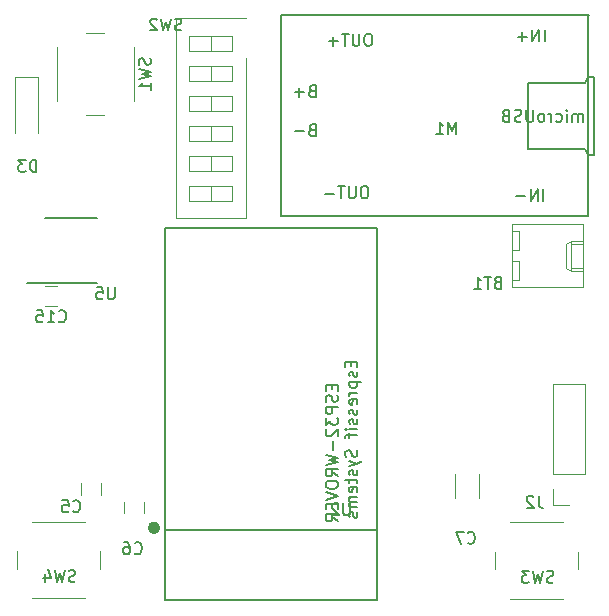
<source format=gbo>
G04 #@! TF.FileFunction,Legend,Bot*
%FSLAX46Y46*%
G04 Gerber Fmt 4.6, Leading zero omitted, Abs format (unit mm)*
G04 Created by KiCad (PCBNEW 4.0.6) date 01/04/18 03:56:18*
%MOMM*%
%LPD*%
G01*
G04 APERTURE LIST*
%ADD10C,0.100000*%
%ADD11C,0.500000*%
%ADD12C,0.150000*%
%ADD13C,0.120000*%
G04 APERTURE END LIST*
D10*
D11*
X180111981Y-132080000D02*
G75*
G03X180111981Y-132080000I-283981J0D01*
G01*
D12*
X198734000Y-132226000D02*
X180734000Y-132226000D01*
X180734000Y-138226000D02*
X180734000Y-106726000D01*
X198734000Y-138226000D02*
X198734000Y-106726000D01*
X198734000Y-106726000D02*
X180734000Y-106726000D01*
X198734000Y-138226000D02*
X180734000Y-138226000D01*
D13*
X214442800Y-138088000D02*
X209942800Y-138088000D01*
X215692800Y-134088000D02*
X215692800Y-135588000D01*
X209942800Y-131588000D02*
X214442800Y-131588000D01*
X208692800Y-135588000D02*
X208692800Y-134088000D01*
X210149500Y-106389500D02*
X216149500Y-106389500D01*
X216149500Y-106389500D02*
X216149500Y-111669500D01*
X216149500Y-111669500D02*
X210149500Y-111669500D01*
X210149500Y-111669500D02*
X210149500Y-106389500D01*
X216149500Y-107759500D02*
X215149500Y-107759500D01*
X215149500Y-107759500D02*
X215149500Y-110299500D01*
X215149500Y-110299500D02*
X216149500Y-110299500D01*
X215149500Y-107759500D02*
X214719500Y-108009500D01*
X214719500Y-108009500D02*
X214719500Y-110049500D01*
X214719500Y-110049500D02*
X215149500Y-110299500D01*
X216149500Y-108009500D02*
X215149500Y-108009500D01*
X216149500Y-110049500D02*
X215149500Y-110049500D01*
X210149500Y-106959500D02*
X210769500Y-106959500D01*
X210769500Y-106959500D02*
X210769500Y-108559500D01*
X210769500Y-108559500D02*
X210149500Y-108559500D01*
X210149500Y-109499500D02*
X210769500Y-109499500D01*
X210769500Y-109499500D02*
X210769500Y-111099500D01*
X210769500Y-111099500D02*
X210149500Y-111099500D01*
X177267500Y-130865500D02*
X177267500Y-129865500D01*
X178967500Y-129865500D02*
X178967500Y-130865500D01*
X171632500Y-113308500D02*
X170632500Y-113308500D01*
X170632500Y-111608500D02*
X171632500Y-111608500D01*
X168087000Y-93928000D02*
X169987000Y-93928000D01*
X169987000Y-93928000D02*
X169987000Y-98628000D01*
X168087000Y-93928000D02*
X168087000Y-98628000D01*
X171601500Y-95901000D02*
X171601500Y-91401000D01*
X175601500Y-97151000D02*
X174101500Y-97151000D01*
X178101500Y-91401000D02*
X178101500Y-95901000D01*
X174101500Y-90151000D02*
X175601500Y-90151000D01*
X169503600Y-131558400D02*
X174003600Y-131558400D01*
X168253600Y-135558400D02*
X168253600Y-134058400D01*
X174003600Y-138058400D02*
X169503600Y-138058400D01*
X175253600Y-134058400D02*
X175253600Y-135558400D01*
D12*
X170647000Y-105860000D02*
X175047000Y-105860000D01*
X169072000Y-111385000D02*
X175047000Y-111385000D01*
D13*
X187591000Y-88949000D02*
X181661000Y-88949000D01*
X181661000Y-88949000D02*
X181661000Y-105869000D01*
X181661000Y-105869000D02*
X187591000Y-105869000D01*
X187591000Y-105869000D02*
X187591000Y-92329000D01*
X186436000Y-90424000D02*
X186436000Y-91694000D01*
X186436000Y-91694000D02*
X182816000Y-91694000D01*
X182816000Y-91694000D02*
X182816000Y-90424000D01*
X182816000Y-90424000D02*
X186436000Y-90424000D01*
X184626000Y-90424000D02*
X184626000Y-91694000D01*
X186436000Y-92964000D02*
X186436000Y-94234000D01*
X186436000Y-94234000D02*
X182816000Y-94234000D01*
X182816000Y-94234000D02*
X182816000Y-92964000D01*
X182816000Y-92964000D02*
X186436000Y-92964000D01*
X184626000Y-92964000D02*
X184626000Y-94234000D01*
X186436000Y-95504000D02*
X186436000Y-96774000D01*
X186436000Y-96774000D02*
X182816000Y-96774000D01*
X182816000Y-96774000D02*
X182816000Y-95504000D01*
X182816000Y-95504000D02*
X186436000Y-95504000D01*
X184626000Y-95504000D02*
X184626000Y-96774000D01*
X186436000Y-98044000D02*
X186436000Y-99314000D01*
X186436000Y-99314000D02*
X182816000Y-99314000D01*
X182816000Y-99314000D02*
X182816000Y-98044000D01*
X182816000Y-98044000D02*
X186436000Y-98044000D01*
X184626000Y-98044000D02*
X184626000Y-99314000D01*
X186436000Y-100584000D02*
X186436000Y-101854000D01*
X186436000Y-101854000D02*
X182816000Y-101854000D01*
X182816000Y-101854000D02*
X182816000Y-100584000D01*
X182816000Y-100584000D02*
X186436000Y-100584000D01*
X184626000Y-100584000D02*
X184626000Y-101854000D01*
X186436000Y-103124000D02*
X186436000Y-104394000D01*
X186436000Y-104394000D02*
X182816000Y-104394000D01*
X182816000Y-104394000D02*
X182816000Y-103124000D01*
X182816000Y-103124000D02*
X186436000Y-103124000D01*
X184626000Y-103124000D02*
X184626000Y-104394000D01*
X213655600Y-119878800D02*
X216315600Y-119878800D01*
X213655600Y-127558800D02*
X213655600Y-119878800D01*
X216315600Y-127558800D02*
X216315600Y-119878800D01*
X213655600Y-127558800D02*
X216315600Y-127558800D01*
X213655600Y-128828800D02*
X213655600Y-130158800D01*
X213655600Y-130158800D02*
X214985600Y-130158800D01*
X173648000Y-129278000D02*
X173648000Y-128278000D01*
X175348000Y-128278000D02*
X175348000Y-129278000D01*
X205355000Y-129524000D02*
X205355000Y-127524000D01*
X207395000Y-127524000D02*
X207395000Y-129524000D01*
D12*
X216617000Y-105655000D02*
X190627000Y-105655000D01*
X216627000Y-88655000D02*
X190627000Y-88655000D01*
X217097000Y-100515000D02*
X217097000Y-93965000D01*
X217083000Y-100543000D02*
X216575000Y-100543000D01*
X216575000Y-100543000D02*
X216321000Y-100035000D01*
X216321000Y-100035000D02*
X216067000Y-100035000D01*
X217083000Y-93939000D02*
X216575000Y-93939000D01*
X216575000Y-93939000D02*
X216321000Y-94447000D01*
X216321000Y-94447000D02*
X211495000Y-94447000D01*
X211495000Y-94447000D02*
X211495000Y-100035000D01*
X211495000Y-100035000D02*
X216067000Y-100035000D01*
X216623000Y-105655000D02*
X216623000Y-88655000D01*
X190621000Y-88655000D02*
X190621000Y-105655000D01*
X196436905Y-130008381D02*
X196436905Y-130817905D01*
X196389286Y-130913143D01*
X196341667Y-130960762D01*
X196246429Y-131008381D01*
X196055952Y-131008381D01*
X195960714Y-130960762D01*
X195913095Y-130913143D01*
X195865476Y-130817905D01*
X195865476Y-130008381D01*
X195436905Y-130103619D02*
X195389286Y-130056000D01*
X195294048Y-130008381D01*
X195055952Y-130008381D01*
X194960714Y-130056000D01*
X194913095Y-130103619D01*
X194865476Y-130198857D01*
X194865476Y-130294095D01*
X194913095Y-130436952D01*
X195484524Y-131008381D01*
X194865476Y-131008381D01*
X196520571Y-118015570D02*
X196520571Y-118348904D01*
X197044381Y-118491761D02*
X197044381Y-118015570D01*
X196044381Y-118015570D01*
X196044381Y-118491761D01*
X196996762Y-118872713D02*
X197044381Y-118967951D01*
X197044381Y-119158427D01*
X196996762Y-119253666D01*
X196901524Y-119301285D01*
X196853905Y-119301285D01*
X196758667Y-119253666D01*
X196711048Y-119158427D01*
X196711048Y-119015570D01*
X196663429Y-118920332D01*
X196568190Y-118872713D01*
X196520571Y-118872713D01*
X196425333Y-118920332D01*
X196377714Y-119015570D01*
X196377714Y-119158427D01*
X196425333Y-119253666D01*
X196377714Y-119729856D02*
X197377714Y-119729856D01*
X196425333Y-119729856D02*
X196377714Y-119825094D01*
X196377714Y-120015571D01*
X196425333Y-120110809D01*
X196472952Y-120158428D01*
X196568190Y-120206047D01*
X196853905Y-120206047D01*
X196949143Y-120158428D01*
X196996762Y-120110809D01*
X197044381Y-120015571D01*
X197044381Y-119825094D01*
X196996762Y-119729856D01*
X197044381Y-120634618D02*
X196377714Y-120634618D01*
X196568190Y-120634618D02*
X196472952Y-120682237D01*
X196425333Y-120729856D01*
X196377714Y-120825094D01*
X196377714Y-120920333D01*
X196996762Y-121634619D02*
X197044381Y-121539381D01*
X197044381Y-121348904D01*
X196996762Y-121253666D01*
X196901524Y-121206047D01*
X196520571Y-121206047D01*
X196425333Y-121253666D01*
X196377714Y-121348904D01*
X196377714Y-121539381D01*
X196425333Y-121634619D01*
X196520571Y-121682238D01*
X196615810Y-121682238D01*
X196711048Y-121206047D01*
X196996762Y-122063190D02*
X197044381Y-122158428D01*
X197044381Y-122348904D01*
X196996762Y-122444143D01*
X196901524Y-122491762D01*
X196853905Y-122491762D01*
X196758667Y-122444143D01*
X196711048Y-122348904D01*
X196711048Y-122206047D01*
X196663429Y-122110809D01*
X196568190Y-122063190D01*
X196520571Y-122063190D01*
X196425333Y-122110809D01*
X196377714Y-122206047D01*
X196377714Y-122348904D01*
X196425333Y-122444143D01*
X196996762Y-122872714D02*
X197044381Y-122967952D01*
X197044381Y-123158428D01*
X196996762Y-123253667D01*
X196901524Y-123301286D01*
X196853905Y-123301286D01*
X196758667Y-123253667D01*
X196711048Y-123158428D01*
X196711048Y-123015571D01*
X196663429Y-122920333D01*
X196568190Y-122872714D01*
X196520571Y-122872714D01*
X196425333Y-122920333D01*
X196377714Y-123015571D01*
X196377714Y-123158428D01*
X196425333Y-123253667D01*
X197044381Y-123729857D02*
X196377714Y-123729857D01*
X196044381Y-123729857D02*
X196092000Y-123682238D01*
X196139619Y-123729857D01*
X196092000Y-123777476D01*
X196044381Y-123729857D01*
X196139619Y-123729857D01*
X196377714Y-124063190D02*
X196377714Y-124444142D01*
X197044381Y-124206047D02*
X196187238Y-124206047D01*
X196092000Y-124253666D01*
X196044381Y-124348904D01*
X196044381Y-124444142D01*
X196996762Y-125491762D02*
X197044381Y-125634619D01*
X197044381Y-125872715D01*
X196996762Y-125967953D01*
X196949143Y-126015572D01*
X196853905Y-126063191D01*
X196758667Y-126063191D01*
X196663429Y-126015572D01*
X196615810Y-125967953D01*
X196568190Y-125872715D01*
X196520571Y-125682238D01*
X196472952Y-125587000D01*
X196425333Y-125539381D01*
X196330095Y-125491762D01*
X196234857Y-125491762D01*
X196139619Y-125539381D01*
X196092000Y-125587000D01*
X196044381Y-125682238D01*
X196044381Y-125920334D01*
X196092000Y-126063191D01*
X196377714Y-126396524D02*
X197044381Y-126634619D01*
X196377714Y-126872715D02*
X197044381Y-126634619D01*
X197282476Y-126539381D01*
X197330095Y-126491762D01*
X197377714Y-126396524D01*
X196996762Y-127206048D02*
X197044381Y-127301286D01*
X197044381Y-127491762D01*
X196996762Y-127587001D01*
X196901524Y-127634620D01*
X196853905Y-127634620D01*
X196758667Y-127587001D01*
X196711048Y-127491762D01*
X196711048Y-127348905D01*
X196663429Y-127253667D01*
X196568190Y-127206048D01*
X196520571Y-127206048D01*
X196425333Y-127253667D01*
X196377714Y-127348905D01*
X196377714Y-127491762D01*
X196425333Y-127587001D01*
X196377714Y-127920334D02*
X196377714Y-128301286D01*
X196044381Y-128063191D02*
X196901524Y-128063191D01*
X196996762Y-128110810D01*
X197044381Y-128206048D01*
X197044381Y-128301286D01*
X196996762Y-129015573D02*
X197044381Y-128920335D01*
X197044381Y-128729858D01*
X196996762Y-128634620D01*
X196901524Y-128587001D01*
X196520571Y-128587001D01*
X196425333Y-128634620D01*
X196377714Y-128729858D01*
X196377714Y-128920335D01*
X196425333Y-129015573D01*
X196520571Y-129063192D01*
X196615810Y-129063192D01*
X196711048Y-128587001D01*
X197044381Y-129491763D02*
X196377714Y-129491763D01*
X196472952Y-129491763D02*
X196425333Y-129539382D01*
X196377714Y-129634620D01*
X196377714Y-129777478D01*
X196425333Y-129872716D01*
X196520571Y-129920335D01*
X197044381Y-129920335D01*
X196520571Y-129920335D02*
X196425333Y-129967954D01*
X196377714Y-130063192D01*
X196377714Y-130206049D01*
X196425333Y-130301287D01*
X196520571Y-130348906D01*
X197044381Y-130348906D01*
X196996762Y-130777477D02*
X197044381Y-130872715D01*
X197044381Y-131063191D01*
X196996762Y-131158430D01*
X196901524Y-131206049D01*
X196853905Y-131206049D01*
X196758667Y-131158430D01*
X196711048Y-131063191D01*
X196711048Y-130920334D01*
X196663429Y-130825096D01*
X196568190Y-130777477D01*
X196520571Y-130777477D01*
X196425333Y-130825096D01*
X196377714Y-130920334D01*
X196377714Y-131063191D01*
X196425333Y-131158430D01*
X194869571Y-119991905D02*
X194869571Y-120325239D01*
X195393381Y-120468096D02*
X195393381Y-119991905D01*
X194393381Y-119991905D01*
X194393381Y-120468096D01*
X195345762Y-120849048D02*
X195393381Y-120991905D01*
X195393381Y-121230001D01*
X195345762Y-121325239D01*
X195298143Y-121372858D01*
X195202905Y-121420477D01*
X195107667Y-121420477D01*
X195012429Y-121372858D01*
X194964810Y-121325239D01*
X194917190Y-121230001D01*
X194869571Y-121039524D01*
X194821952Y-120944286D01*
X194774333Y-120896667D01*
X194679095Y-120849048D01*
X194583857Y-120849048D01*
X194488619Y-120896667D01*
X194441000Y-120944286D01*
X194393381Y-121039524D01*
X194393381Y-121277620D01*
X194441000Y-121420477D01*
X195393381Y-121849048D02*
X194393381Y-121849048D01*
X194393381Y-122230001D01*
X194441000Y-122325239D01*
X194488619Y-122372858D01*
X194583857Y-122420477D01*
X194726714Y-122420477D01*
X194821952Y-122372858D01*
X194869571Y-122325239D01*
X194917190Y-122230001D01*
X194917190Y-121849048D01*
X194393381Y-122753810D02*
X194393381Y-123372858D01*
X194774333Y-123039524D01*
X194774333Y-123182382D01*
X194821952Y-123277620D01*
X194869571Y-123325239D01*
X194964810Y-123372858D01*
X195202905Y-123372858D01*
X195298143Y-123325239D01*
X195345762Y-123277620D01*
X195393381Y-123182382D01*
X195393381Y-122896667D01*
X195345762Y-122801429D01*
X195298143Y-122753810D01*
X194488619Y-123753810D02*
X194441000Y-123801429D01*
X194393381Y-123896667D01*
X194393381Y-124134763D01*
X194441000Y-124230001D01*
X194488619Y-124277620D01*
X194583857Y-124325239D01*
X194679095Y-124325239D01*
X194821952Y-124277620D01*
X195393381Y-123706191D01*
X195393381Y-124325239D01*
X195012429Y-124753810D02*
X195012429Y-125515715D01*
X194393381Y-125896667D02*
X195393381Y-126134762D01*
X194679095Y-126325239D01*
X195393381Y-126515715D01*
X194393381Y-126753810D01*
X195393381Y-127706191D02*
X194917190Y-127372857D01*
X195393381Y-127134762D02*
X194393381Y-127134762D01*
X194393381Y-127515715D01*
X194441000Y-127610953D01*
X194488619Y-127658572D01*
X194583857Y-127706191D01*
X194726714Y-127706191D01*
X194821952Y-127658572D01*
X194869571Y-127610953D01*
X194917190Y-127515715D01*
X194917190Y-127134762D01*
X194393381Y-128325238D02*
X194393381Y-128515715D01*
X194441000Y-128610953D01*
X194536238Y-128706191D01*
X194726714Y-128753810D01*
X195060048Y-128753810D01*
X195250524Y-128706191D01*
X195345762Y-128610953D01*
X195393381Y-128515715D01*
X195393381Y-128325238D01*
X195345762Y-128230000D01*
X195250524Y-128134762D01*
X195060048Y-128087143D01*
X194726714Y-128087143D01*
X194536238Y-128134762D01*
X194441000Y-128230000D01*
X194393381Y-128325238D01*
X194393381Y-129039524D02*
X195393381Y-129372857D01*
X194393381Y-129706191D01*
X194869571Y-130039524D02*
X194869571Y-130372858D01*
X195393381Y-130515715D02*
X195393381Y-130039524D01*
X194393381Y-130039524D01*
X194393381Y-130515715D01*
X195393381Y-131515715D02*
X194917190Y-131182381D01*
X195393381Y-130944286D02*
X194393381Y-130944286D01*
X194393381Y-131325239D01*
X194441000Y-131420477D01*
X194488619Y-131468096D01*
X194583857Y-131515715D01*
X194726714Y-131515715D01*
X194821952Y-131468096D01*
X194869571Y-131420477D01*
X194917190Y-131325239D01*
X194917190Y-130944286D01*
X213645333Y-136675762D02*
X213502476Y-136723381D01*
X213264380Y-136723381D01*
X213169142Y-136675762D01*
X213121523Y-136628143D01*
X213073904Y-136532905D01*
X213073904Y-136437667D01*
X213121523Y-136342429D01*
X213169142Y-136294810D01*
X213264380Y-136247190D01*
X213454857Y-136199571D01*
X213550095Y-136151952D01*
X213597714Y-136104333D01*
X213645333Y-136009095D01*
X213645333Y-135913857D01*
X213597714Y-135818619D01*
X213550095Y-135771000D01*
X213454857Y-135723381D01*
X213216761Y-135723381D01*
X213073904Y-135771000D01*
X212740571Y-135723381D02*
X212502476Y-136723381D01*
X212311999Y-136009095D01*
X212121523Y-136723381D01*
X211883428Y-135723381D01*
X211597714Y-135723381D02*
X210978666Y-135723381D01*
X211312000Y-136104333D01*
X211169142Y-136104333D01*
X211073904Y-136151952D01*
X211026285Y-136199571D01*
X210978666Y-136294810D01*
X210978666Y-136532905D01*
X211026285Y-136628143D01*
X211073904Y-136675762D01*
X211169142Y-136723381D01*
X211454857Y-136723381D01*
X211550095Y-136675762D01*
X211597714Y-136628143D01*
X208906714Y-111307571D02*
X208763857Y-111355190D01*
X208716238Y-111402810D01*
X208668619Y-111498048D01*
X208668619Y-111640905D01*
X208716238Y-111736143D01*
X208763857Y-111783762D01*
X208859095Y-111831381D01*
X209240048Y-111831381D01*
X209240048Y-110831381D01*
X208906714Y-110831381D01*
X208811476Y-110879000D01*
X208763857Y-110926619D01*
X208716238Y-111021857D01*
X208716238Y-111117095D01*
X208763857Y-111212333D01*
X208811476Y-111259952D01*
X208906714Y-111307571D01*
X209240048Y-111307571D01*
X208382905Y-110831381D02*
X207811476Y-110831381D01*
X208097191Y-111831381D02*
X208097191Y-110831381D01*
X206954333Y-111831381D02*
X207525762Y-111831381D01*
X207240048Y-111831381D02*
X207240048Y-110831381D01*
X207335286Y-110974238D01*
X207430524Y-111069476D01*
X207525762Y-111117095D01*
X178188666Y-134215143D02*
X178236285Y-134262762D01*
X178379142Y-134310381D01*
X178474380Y-134310381D01*
X178617238Y-134262762D01*
X178712476Y-134167524D01*
X178760095Y-134072286D01*
X178807714Y-133881810D01*
X178807714Y-133738952D01*
X178760095Y-133548476D01*
X178712476Y-133453238D01*
X178617238Y-133358000D01*
X178474380Y-133310381D01*
X178379142Y-133310381D01*
X178236285Y-133358000D01*
X178188666Y-133405619D01*
X177331523Y-133310381D02*
X177522000Y-133310381D01*
X177617238Y-133358000D01*
X177664857Y-133405619D01*
X177760095Y-133548476D01*
X177807714Y-133738952D01*
X177807714Y-134119905D01*
X177760095Y-134215143D01*
X177712476Y-134262762D01*
X177617238Y-134310381D01*
X177426761Y-134310381D01*
X177331523Y-134262762D01*
X177283904Y-134215143D01*
X177236285Y-134119905D01*
X177236285Y-133881810D01*
X177283904Y-133786571D01*
X177331523Y-133738952D01*
X177426761Y-133691333D01*
X177617238Y-133691333D01*
X177712476Y-133738952D01*
X177760095Y-133786571D01*
X177807714Y-133881810D01*
X171775357Y-114565643D02*
X171822976Y-114613262D01*
X171965833Y-114660881D01*
X172061071Y-114660881D01*
X172203929Y-114613262D01*
X172299167Y-114518024D01*
X172346786Y-114422786D01*
X172394405Y-114232310D01*
X172394405Y-114089452D01*
X172346786Y-113898976D01*
X172299167Y-113803738D01*
X172203929Y-113708500D01*
X172061071Y-113660881D01*
X171965833Y-113660881D01*
X171822976Y-113708500D01*
X171775357Y-113756119D01*
X170822976Y-114660881D02*
X171394405Y-114660881D01*
X171108691Y-114660881D02*
X171108691Y-113660881D01*
X171203929Y-113803738D01*
X171299167Y-113898976D01*
X171394405Y-113946595D01*
X169918214Y-113660881D02*
X170394405Y-113660881D01*
X170442024Y-114137071D01*
X170394405Y-114089452D01*
X170299167Y-114041833D01*
X170061071Y-114041833D01*
X169965833Y-114089452D01*
X169918214Y-114137071D01*
X169870595Y-114232310D01*
X169870595Y-114470405D01*
X169918214Y-114565643D01*
X169965833Y-114613262D01*
X170061071Y-114660881D01*
X170299167Y-114660881D01*
X170394405Y-114613262D01*
X170442024Y-114565643D01*
X169870095Y-101925381D02*
X169870095Y-100925381D01*
X169632000Y-100925381D01*
X169489142Y-100973000D01*
X169393904Y-101068238D01*
X169346285Y-101163476D01*
X169298666Y-101353952D01*
X169298666Y-101496810D01*
X169346285Y-101687286D01*
X169393904Y-101782524D01*
X169489142Y-101877762D01*
X169632000Y-101925381D01*
X169870095Y-101925381D01*
X168965333Y-100925381D02*
X168346285Y-100925381D01*
X168679619Y-101306333D01*
X168536761Y-101306333D01*
X168441523Y-101353952D01*
X168393904Y-101401571D01*
X168346285Y-101496810D01*
X168346285Y-101734905D01*
X168393904Y-101830143D01*
X168441523Y-101877762D01*
X168536761Y-101925381D01*
X168822476Y-101925381D01*
X168917714Y-101877762D01*
X168965333Y-101830143D01*
X179506262Y-92317667D02*
X179553881Y-92460524D01*
X179553881Y-92698620D01*
X179506262Y-92793858D01*
X179458643Y-92841477D01*
X179363405Y-92889096D01*
X179268167Y-92889096D01*
X179172929Y-92841477D01*
X179125310Y-92793858D01*
X179077690Y-92698620D01*
X179030071Y-92508143D01*
X178982452Y-92412905D01*
X178934833Y-92365286D01*
X178839595Y-92317667D01*
X178744357Y-92317667D01*
X178649119Y-92365286D01*
X178601500Y-92412905D01*
X178553881Y-92508143D01*
X178553881Y-92746239D01*
X178601500Y-92889096D01*
X178553881Y-93222429D02*
X179553881Y-93460524D01*
X178839595Y-93651001D01*
X179553881Y-93841477D01*
X178553881Y-94079572D01*
X179553881Y-94984334D02*
X179553881Y-94412905D01*
X179553881Y-94698619D02*
X178553881Y-94698619D01*
X178696738Y-94603381D01*
X178791976Y-94508143D01*
X178839595Y-94412905D01*
X173189733Y-136599562D02*
X173046876Y-136647181D01*
X172808780Y-136647181D01*
X172713542Y-136599562D01*
X172665923Y-136551943D01*
X172618304Y-136456705D01*
X172618304Y-136361467D01*
X172665923Y-136266229D01*
X172713542Y-136218610D01*
X172808780Y-136170990D01*
X172999257Y-136123371D01*
X173094495Y-136075752D01*
X173142114Y-136028133D01*
X173189733Y-135932895D01*
X173189733Y-135837657D01*
X173142114Y-135742419D01*
X173094495Y-135694800D01*
X172999257Y-135647181D01*
X172761161Y-135647181D01*
X172618304Y-135694800D01*
X172284971Y-135647181D02*
X172046876Y-136647181D01*
X171856399Y-135932895D01*
X171665923Y-136647181D01*
X171427828Y-135647181D01*
X170618304Y-135980514D02*
X170618304Y-136647181D01*
X170856400Y-135599562D02*
X171094495Y-136313848D01*
X170475447Y-136313848D01*
X176497905Y-111720381D02*
X176497905Y-112529905D01*
X176450286Y-112625143D01*
X176402667Y-112672762D01*
X176307429Y-112720381D01*
X176116952Y-112720381D01*
X176021714Y-112672762D01*
X175974095Y-112625143D01*
X175926476Y-112529905D01*
X175926476Y-111720381D01*
X174974095Y-111720381D02*
X175450286Y-111720381D01*
X175497905Y-112196571D01*
X175450286Y-112148952D01*
X175355048Y-112101333D01*
X175116952Y-112101333D01*
X175021714Y-112148952D01*
X174974095Y-112196571D01*
X174926476Y-112291810D01*
X174926476Y-112529905D01*
X174974095Y-112625143D01*
X175021714Y-112672762D01*
X175116952Y-112720381D01*
X175355048Y-112720381D01*
X175450286Y-112672762D01*
X175497905Y-112625143D01*
X182162033Y-89914362D02*
X182019176Y-89961981D01*
X181781080Y-89961981D01*
X181685842Y-89914362D01*
X181638223Y-89866743D01*
X181590604Y-89771505D01*
X181590604Y-89676267D01*
X181638223Y-89581029D01*
X181685842Y-89533410D01*
X181781080Y-89485790D01*
X181971557Y-89438171D01*
X182066795Y-89390552D01*
X182114414Y-89342933D01*
X182162033Y-89247695D01*
X182162033Y-89152457D01*
X182114414Y-89057219D01*
X182066795Y-89009600D01*
X181971557Y-88961981D01*
X181733461Y-88961981D01*
X181590604Y-89009600D01*
X181257271Y-88961981D02*
X181019176Y-89961981D01*
X180828699Y-89247695D01*
X180638223Y-89961981D01*
X180400128Y-88961981D01*
X180066795Y-89057219D02*
X180019176Y-89009600D01*
X179923938Y-88961981D01*
X179685842Y-88961981D01*
X179590604Y-89009600D01*
X179542985Y-89057219D01*
X179495366Y-89152457D01*
X179495366Y-89247695D01*
X179542985Y-89390552D01*
X180114414Y-89961981D01*
X179495366Y-89961981D01*
X212391333Y-129373381D02*
X212391333Y-130087667D01*
X212438953Y-130230524D01*
X212534191Y-130325762D01*
X212677048Y-130373381D01*
X212772286Y-130373381D01*
X211962762Y-129468619D02*
X211915143Y-129421000D01*
X211819905Y-129373381D01*
X211581809Y-129373381D01*
X211486571Y-129421000D01*
X211438952Y-129468619D01*
X211391333Y-129563857D01*
X211391333Y-129659095D01*
X211438952Y-129801952D01*
X212010381Y-130373381D01*
X211391333Y-130373381D01*
X172981666Y-130659143D02*
X173029285Y-130706762D01*
X173172142Y-130754381D01*
X173267380Y-130754381D01*
X173410238Y-130706762D01*
X173505476Y-130611524D01*
X173553095Y-130516286D01*
X173600714Y-130325810D01*
X173600714Y-130182952D01*
X173553095Y-129992476D01*
X173505476Y-129897238D01*
X173410238Y-129802000D01*
X173267380Y-129754381D01*
X173172142Y-129754381D01*
X173029285Y-129802000D01*
X172981666Y-129849619D01*
X172076904Y-129754381D02*
X172553095Y-129754381D01*
X172600714Y-130230571D01*
X172553095Y-130182952D01*
X172457857Y-130135333D01*
X172219761Y-130135333D01*
X172124523Y-130182952D01*
X172076904Y-130230571D01*
X172029285Y-130325810D01*
X172029285Y-130563905D01*
X172076904Y-130659143D01*
X172124523Y-130706762D01*
X172219761Y-130754381D01*
X172457857Y-130754381D01*
X172553095Y-130706762D01*
X172600714Y-130659143D01*
X206382666Y-133326143D02*
X206430285Y-133373762D01*
X206573142Y-133421381D01*
X206668380Y-133421381D01*
X206811238Y-133373762D01*
X206906476Y-133278524D01*
X206954095Y-133183286D01*
X207001714Y-132992810D01*
X207001714Y-132849952D01*
X206954095Y-132659476D01*
X206906476Y-132564238D01*
X206811238Y-132469000D01*
X206668380Y-132421381D01*
X206573142Y-132421381D01*
X206430285Y-132469000D01*
X206382666Y-132516619D01*
X206049333Y-132421381D02*
X205382666Y-132421381D01*
X205811238Y-133421381D01*
X205402524Y-98737381D02*
X205402524Y-97737381D01*
X205069190Y-98451667D01*
X204735857Y-97737381D01*
X204735857Y-98737381D01*
X203735857Y-98737381D02*
X204307286Y-98737381D01*
X204021572Y-98737381D02*
X204021572Y-97737381D01*
X204116810Y-97880238D01*
X204212048Y-97975476D01*
X204307286Y-98023095D01*
X216122143Y-97693381D02*
X216122143Y-97026714D01*
X216122143Y-97121952D02*
X216074524Y-97074333D01*
X215979286Y-97026714D01*
X215836428Y-97026714D01*
X215741190Y-97074333D01*
X215693571Y-97169571D01*
X215693571Y-97693381D01*
X215693571Y-97169571D02*
X215645952Y-97074333D01*
X215550714Y-97026714D01*
X215407857Y-97026714D01*
X215312619Y-97074333D01*
X215265000Y-97169571D01*
X215265000Y-97693381D01*
X214788810Y-97693381D02*
X214788810Y-97026714D01*
X214788810Y-96693381D02*
X214836429Y-96741000D01*
X214788810Y-96788619D01*
X214741191Y-96741000D01*
X214788810Y-96693381D01*
X214788810Y-96788619D01*
X213884048Y-97645762D02*
X213979286Y-97693381D01*
X214169763Y-97693381D01*
X214265001Y-97645762D01*
X214312620Y-97598143D01*
X214360239Y-97502905D01*
X214360239Y-97217190D01*
X214312620Y-97121952D01*
X214265001Y-97074333D01*
X214169763Y-97026714D01*
X213979286Y-97026714D01*
X213884048Y-97074333D01*
X213455477Y-97693381D02*
X213455477Y-97026714D01*
X213455477Y-97217190D02*
X213407858Y-97121952D01*
X213360239Y-97074333D01*
X213265001Y-97026714D01*
X213169762Y-97026714D01*
X212693572Y-97693381D02*
X212788810Y-97645762D01*
X212836429Y-97598143D01*
X212884048Y-97502905D01*
X212884048Y-97217190D01*
X212836429Y-97121952D01*
X212788810Y-97074333D01*
X212693572Y-97026714D01*
X212550714Y-97026714D01*
X212455476Y-97074333D01*
X212407857Y-97121952D01*
X212360238Y-97217190D01*
X212360238Y-97502905D01*
X212407857Y-97598143D01*
X212455476Y-97645762D01*
X212550714Y-97693381D01*
X212693572Y-97693381D01*
X211931667Y-96693381D02*
X211931667Y-97502905D01*
X211884048Y-97598143D01*
X211836429Y-97645762D01*
X211741191Y-97693381D01*
X211550714Y-97693381D01*
X211455476Y-97645762D01*
X211407857Y-97598143D01*
X211360238Y-97502905D01*
X211360238Y-96693381D01*
X210931667Y-97645762D02*
X210788810Y-97693381D01*
X210550714Y-97693381D01*
X210455476Y-97645762D01*
X210407857Y-97598143D01*
X210360238Y-97502905D01*
X210360238Y-97407667D01*
X210407857Y-97312429D01*
X210455476Y-97264810D01*
X210550714Y-97217190D01*
X210741191Y-97169571D01*
X210836429Y-97121952D01*
X210884048Y-97074333D01*
X210931667Y-96979095D01*
X210931667Y-96883857D01*
X210884048Y-96788619D01*
X210836429Y-96741000D01*
X210741191Y-96693381D01*
X210503095Y-96693381D01*
X210360238Y-96741000D01*
X209598333Y-97169571D02*
X209455476Y-97217190D01*
X209407857Y-97264810D01*
X209360238Y-97360048D01*
X209360238Y-97502905D01*
X209407857Y-97598143D01*
X209455476Y-97645762D01*
X209550714Y-97693381D01*
X209931667Y-97693381D01*
X209931667Y-96693381D01*
X209598333Y-96693381D01*
X209503095Y-96741000D01*
X209455476Y-96788619D01*
X209407857Y-96883857D01*
X209407857Y-96979095D01*
X209455476Y-97074333D01*
X209503095Y-97121952D01*
X209598333Y-97169571D01*
X209931667Y-97169571D01*
X193200618Y-98373571D02*
X193057761Y-98421190D01*
X193010142Y-98468810D01*
X192962523Y-98564048D01*
X192962523Y-98706905D01*
X193010142Y-98802143D01*
X193057761Y-98849762D01*
X193152999Y-98897381D01*
X193533952Y-98897381D01*
X193533952Y-97897381D01*
X193200618Y-97897381D01*
X193105380Y-97945000D01*
X193057761Y-97992619D01*
X193010142Y-98087857D01*
X193010142Y-98183095D01*
X193057761Y-98278333D01*
X193105380Y-98325952D01*
X193200618Y-98373571D01*
X193533952Y-98373571D01*
X192533952Y-98516429D02*
X191772047Y-98516429D01*
X193200618Y-95071571D02*
X193057761Y-95119190D01*
X193010142Y-95166810D01*
X192962523Y-95262048D01*
X192962523Y-95404905D01*
X193010142Y-95500143D01*
X193057761Y-95547762D01*
X193152999Y-95595381D01*
X193533952Y-95595381D01*
X193533952Y-94595381D01*
X193200618Y-94595381D01*
X193105380Y-94643000D01*
X193057761Y-94690619D01*
X193010142Y-94785857D01*
X193010142Y-94881095D01*
X193057761Y-94976333D01*
X193105380Y-95023952D01*
X193200618Y-95071571D01*
X193533952Y-95071571D01*
X192533952Y-95214429D02*
X191772047Y-95214429D01*
X192152999Y-95595381D02*
X192152999Y-94833476D01*
X197756048Y-103163381D02*
X197565571Y-103163381D01*
X197470333Y-103211000D01*
X197375095Y-103306238D01*
X197327476Y-103496714D01*
X197327476Y-103830048D01*
X197375095Y-104020524D01*
X197470333Y-104115762D01*
X197565571Y-104163381D01*
X197756048Y-104163381D01*
X197851286Y-104115762D01*
X197946524Y-104020524D01*
X197994143Y-103830048D01*
X197994143Y-103496714D01*
X197946524Y-103306238D01*
X197851286Y-103211000D01*
X197756048Y-103163381D01*
X196898905Y-103163381D02*
X196898905Y-103972905D01*
X196851286Y-104068143D01*
X196803667Y-104115762D01*
X196708429Y-104163381D01*
X196517952Y-104163381D01*
X196422714Y-104115762D01*
X196375095Y-104068143D01*
X196327476Y-103972905D01*
X196327476Y-103163381D01*
X195994143Y-103163381D02*
X195422714Y-103163381D01*
X195708429Y-104163381D02*
X195708429Y-103163381D01*
X195089381Y-103782429D02*
X194327476Y-103782429D01*
X198076048Y-90259381D02*
X197885571Y-90259381D01*
X197790333Y-90307000D01*
X197695095Y-90402238D01*
X197647476Y-90592714D01*
X197647476Y-90926048D01*
X197695095Y-91116524D01*
X197790333Y-91211762D01*
X197885571Y-91259381D01*
X198076048Y-91259381D01*
X198171286Y-91211762D01*
X198266524Y-91116524D01*
X198314143Y-90926048D01*
X198314143Y-90592714D01*
X198266524Y-90402238D01*
X198171286Y-90307000D01*
X198076048Y-90259381D01*
X197218905Y-90259381D02*
X197218905Y-91068905D01*
X197171286Y-91164143D01*
X197123667Y-91211762D01*
X197028429Y-91259381D01*
X196837952Y-91259381D01*
X196742714Y-91211762D01*
X196695095Y-91164143D01*
X196647476Y-91068905D01*
X196647476Y-90259381D01*
X196314143Y-90259381D02*
X195742714Y-90259381D01*
X196028429Y-91259381D02*
X196028429Y-90259381D01*
X195409381Y-90878429D02*
X194647476Y-90878429D01*
X195028428Y-91259381D02*
X195028428Y-90497476D01*
X212801057Y-104389181D02*
X212801057Y-103389181D01*
X212324867Y-104389181D02*
X212324867Y-103389181D01*
X211753438Y-104389181D01*
X211753438Y-103389181D01*
X211277248Y-104008229D02*
X210515343Y-104008229D01*
X212928057Y-90901781D02*
X212928057Y-89901781D01*
X212451867Y-90901781D02*
X212451867Y-89901781D01*
X211880438Y-90901781D01*
X211880438Y-89901781D01*
X211404248Y-90520829D02*
X210642343Y-90520829D01*
X211023295Y-90901781D02*
X211023295Y-90139876D01*
M02*

</source>
